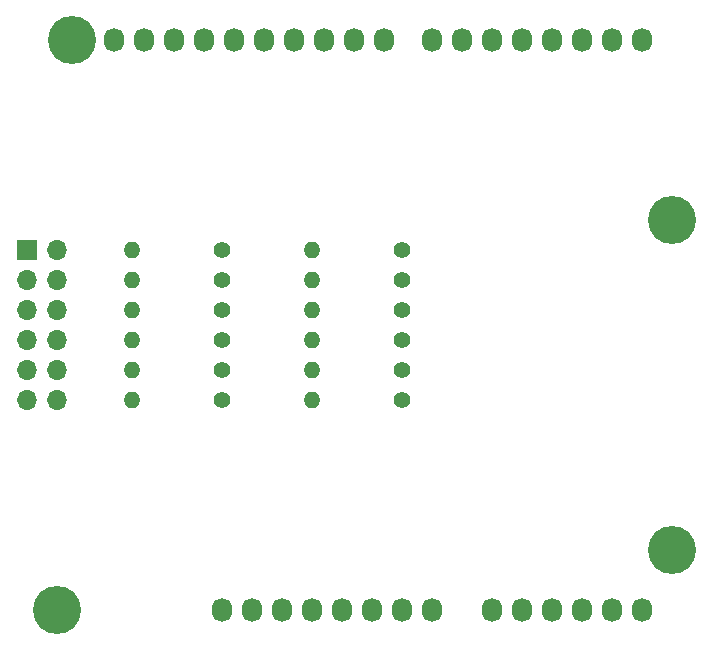
<source format=gbr>
%TF.GenerationSoftware,KiCad,Pcbnew,5.1.6-c6e7f7d~87~ubuntu18.04.1*%
%TF.CreationDate,2020-08-10T15:18:34+02:00*%
%TF.ProjectId,uno-analog-input,756e6f2d-616e-4616-9c6f-672d696e7075,1.0*%
%TF.SameCoordinates,PX69db1f0PY7882d48*%
%TF.FileFunction,Soldermask,Bot*%
%TF.FilePolarity,Negative*%
%FSLAX46Y46*%
G04 Gerber Fmt 4.6, Leading zero omitted, Abs format (unit mm)*
G04 Created by KiCad (PCBNEW 5.1.6-c6e7f7d~87~ubuntu18.04.1) date 2020-08-10 15:18:34*
%MOMM*%
%LPD*%
G01*
G04 APERTURE LIST*
%ADD10O,1.400000X1.400000*%
%ADD11C,1.400000*%
%ADD12O,1.727200X2.032000*%
%ADD13C,4.064000*%
%ADD14R,1.700000X1.700000*%
%ADD15O,1.700000X1.700000*%
G04 APERTURE END LIST*
D10*
%TO.C,R12*%
X35560000Y20320000D03*
D11*
X43180000Y20320000D03*
%TD*%
D10*
%TO.C,R10*%
X35560000Y25400000D03*
D11*
X43180000Y25400000D03*
%TD*%
D10*
%TO.C,R9*%
X35560000Y27940000D03*
D11*
X43180000Y27940000D03*
%TD*%
D10*
%TO.C,R8*%
X35560000Y30480000D03*
D11*
X43180000Y30480000D03*
%TD*%
D10*
%TO.C,R7*%
X35560000Y33020000D03*
D11*
X43180000Y33020000D03*
%TD*%
D10*
%TO.C,R6*%
X20320000Y20320000D03*
D11*
X27940000Y20320000D03*
%TD*%
D10*
%TO.C,R5*%
X20320000Y22860000D03*
D11*
X27940000Y22860000D03*
%TD*%
D10*
%TO.C,R4*%
X20320000Y25400000D03*
D11*
X27940000Y25400000D03*
%TD*%
D10*
%TO.C,R3*%
X20320000Y27940000D03*
D11*
X27940000Y27940000D03*
%TD*%
D10*
%TO.C,R2*%
X20320000Y30480000D03*
D11*
X27940000Y30480000D03*
%TD*%
D10*
%TO.C,R1*%
X20320000Y33020000D03*
D11*
X27940000Y33020000D03*
%TD*%
D12*
%TO.C,P1*%
X27940000Y2540000D03*
X30480000Y2540000D03*
X33020000Y2540000D03*
X35560000Y2540000D03*
X38100000Y2540000D03*
X40640000Y2540000D03*
X43180000Y2540000D03*
X45720000Y2540000D03*
%TD*%
%TO.C,P2*%
X50800000Y2540000D03*
X53340000Y2540000D03*
X55880000Y2540000D03*
X58420000Y2540000D03*
X60960000Y2540000D03*
X63500000Y2540000D03*
%TD*%
%TO.C,P3*%
X18796000Y50800000D03*
X21336000Y50800000D03*
X23876000Y50800000D03*
X26416000Y50800000D03*
X28956000Y50800000D03*
X31496000Y50800000D03*
X34036000Y50800000D03*
X36576000Y50800000D03*
X39116000Y50800000D03*
X41656000Y50800000D03*
%TD*%
%TO.C,P4*%
X45720000Y50800000D03*
X48260000Y50800000D03*
X50800000Y50800000D03*
X53340000Y50800000D03*
X55880000Y50800000D03*
X58420000Y50800000D03*
X60960000Y50800000D03*
X63500000Y50800000D03*
%TD*%
D13*
%TO.C,P5*%
X13970000Y2540000D03*
%TD*%
%TO.C,P6*%
X66040000Y7620000D03*
%TD*%
%TO.C,P7*%
X15240000Y50800000D03*
%TD*%
%TO.C,P8*%
X66040000Y35560000D03*
%TD*%
D14*
%TO.C,J1*%
X11430000Y33020000D03*
D15*
X13970000Y33020000D03*
X11430000Y30480000D03*
X13970000Y30480000D03*
X11430000Y27940000D03*
X13970000Y27940000D03*
X11430000Y25400000D03*
X13970000Y25400000D03*
X11430000Y22860000D03*
X13970000Y22860000D03*
X11430000Y20320000D03*
X13970000Y20320000D03*
%TD*%
D10*
%TO.C,R11*%
X35560000Y22860000D03*
D11*
X43180000Y22860000D03*
%TD*%
M02*

</source>
